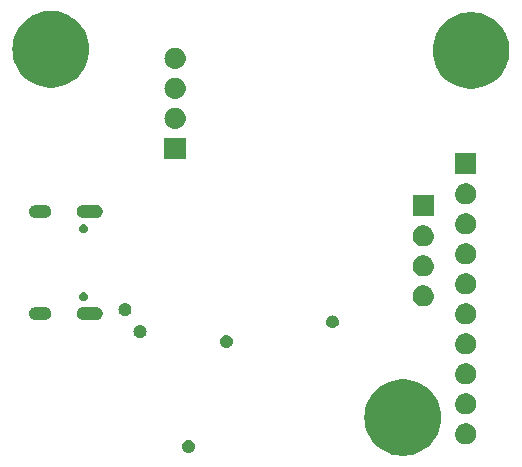
<source format=gbr>
G04 #@! TF.GenerationSoftware,KiCad,Pcbnew,7.0.6-7.0.6~ubuntu22.04.1*
G04 #@! TF.CreationDate,2023-08-08T18:58:17+02:00*
G04 #@! TF.ProjectId,Sensor_Nodes,53656e73-6f72-45f4-9e6f-6465732e6b69,rev?*
G04 #@! TF.SameCoordinates,Original*
G04 #@! TF.FileFunction,Soldermask,Bot*
G04 #@! TF.FilePolarity,Negative*
%FSLAX46Y46*%
G04 Gerber Fmt 4.6, Leading zero omitted, Abs format (unit mm)*
G04 Created by KiCad (PCBNEW 7.0.6-7.0.6~ubuntu22.04.1) date 2023-08-08 18:58:17*
%MOMM*%
%LPD*%
G01*
G04 APERTURE LIST*
G04 APERTURE END LIST*
G36*
X108295953Y-63494771D02*
G01*
X108639735Y-63570443D01*
X108973319Y-63682841D01*
X109292796Y-63830646D01*
X109594419Y-64012127D01*
X109874653Y-64225155D01*
X110130211Y-64467233D01*
X110358099Y-64735523D01*
X110555643Y-65026878D01*
X110720528Y-65337885D01*
X110850820Y-65664895D01*
X110944993Y-66004075D01*
X111001942Y-66351449D01*
X111021000Y-66702944D01*
X111001942Y-67054439D01*
X110944993Y-67401813D01*
X110850820Y-67740993D01*
X110720528Y-68068003D01*
X110555643Y-68379010D01*
X110358099Y-68670365D01*
X110130211Y-68938655D01*
X109874653Y-69180733D01*
X109594419Y-69393761D01*
X109292796Y-69575242D01*
X108973319Y-69723047D01*
X108639735Y-69835445D01*
X108295953Y-69911117D01*
X107946006Y-69949176D01*
X107593994Y-69949176D01*
X107244047Y-69911117D01*
X106900265Y-69835445D01*
X106566681Y-69723047D01*
X106247204Y-69575242D01*
X105945581Y-69393761D01*
X105665347Y-69180733D01*
X105409789Y-68938655D01*
X105181901Y-68670365D01*
X104984357Y-68379010D01*
X104819472Y-68068003D01*
X104689180Y-67740993D01*
X104595007Y-67401813D01*
X104538058Y-67054439D01*
X104519000Y-66702944D01*
X104538058Y-66351449D01*
X104595007Y-66004075D01*
X104689180Y-65664895D01*
X104819472Y-65337885D01*
X104984357Y-65026878D01*
X105181901Y-64735523D01*
X105409789Y-64467233D01*
X105665347Y-64225155D01*
X105945581Y-64012127D01*
X106247204Y-63830646D01*
X106566681Y-63682841D01*
X106900265Y-63570443D01*
X107244047Y-63494771D01*
X107593994Y-63456712D01*
X107946006Y-63456712D01*
X108295953Y-63494771D01*
G37*
G36*
X89792609Y-68642775D02*
G01*
X89925500Y-68697820D01*
X90039616Y-68785384D01*
X90127180Y-68899500D01*
X90182225Y-69032391D01*
X90201000Y-69175000D01*
X90182225Y-69317609D01*
X90127180Y-69450500D01*
X90039616Y-69564616D01*
X89925500Y-69652180D01*
X89792609Y-69707225D01*
X89650000Y-69726000D01*
X89507391Y-69707225D01*
X89374500Y-69652180D01*
X89260384Y-69564616D01*
X89172820Y-69450500D01*
X89117775Y-69317609D01*
X89099000Y-69175000D01*
X89117775Y-69032391D01*
X89172820Y-68899500D01*
X89260384Y-68785384D01*
X89374500Y-68697820D01*
X89507391Y-68642775D01*
X89650000Y-68624000D01*
X89792609Y-68642775D01*
G37*
G36*
X113147668Y-67183936D02*
G01*
X113194180Y-67183936D01*
X113234343Y-67192472D01*
X113275728Y-67196549D01*
X113327724Y-67212321D01*
X113378424Y-67223098D01*
X113410863Y-67237540D01*
X113444707Y-67247807D01*
X113498486Y-67276553D01*
X113550500Y-67299711D01*
X113574686Y-67317283D01*
X113600432Y-67331045D01*
X113652953Y-67374148D01*
X113702887Y-67410427D01*
X113719097Y-67428431D01*
X113736932Y-67443067D01*
X113784853Y-67501459D01*
X113828924Y-67550405D01*
X113838183Y-67566443D01*
X113848954Y-67579567D01*
X113888807Y-67654126D01*
X113923104Y-67713530D01*
X113927048Y-67725668D01*
X113932192Y-67735292D01*
X113960542Y-67828754D01*
X113981311Y-67892672D01*
X113982042Y-67899630D01*
X113983450Y-67904271D01*
X113997153Y-68043399D01*
X114001000Y-68080000D01*
X113997152Y-68116604D01*
X113983450Y-68255728D01*
X113982042Y-68260367D01*
X113981311Y-68267328D01*
X113960538Y-68331259D01*
X113932192Y-68424707D01*
X113927048Y-68434328D01*
X113923104Y-68446470D01*
X113888800Y-68505885D01*
X113848954Y-68580432D01*
X113838185Y-68593553D01*
X113828924Y-68609595D01*
X113784844Y-68658550D01*
X113736932Y-68716932D01*
X113719101Y-68731565D01*
X113702887Y-68749573D01*
X113652943Y-68785859D01*
X113600432Y-68828954D01*
X113574691Y-68842712D01*
X113550500Y-68860289D01*
X113498475Y-68883451D01*
X113444707Y-68912192D01*
X113410870Y-68922456D01*
X113378424Y-68936902D01*
X113327713Y-68947680D01*
X113275728Y-68963450D01*
X113234352Y-68967525D01*
X113194180Y-68976064D01*
X113147657Y-68976064D01*
X113099999Y-68980758D01*
X113052341Y-68976064D01*
X113005820Y-68976064D01*
X112965648Y-68967525D01*
X112924271Y-68963450D01*
X112872283Y-68947680D01*
X112821576Y-68936902D01*
X112789131Y-68922456D01*
X112755292Y-68912192D01*
X112701518Y-68883449D01*
X112649500Y-68860289D01*
X112625311Y-68842714D01*
X112599567Y-68828954D01*
X112547047Y-68785853D01*
X112497113Y-68749573D01*
X112480901Y-68731568D01*
X112463067Y-68716932D01*
X112415144Y-68658538D01*
X112371076Y-68609595D01*
X112361816Y-68593557D01*
X112351045Y-68580432D01*
X112311186Y-68505862D01*
X112276896Y-68446470D01*
X112272952Y-68434333D01*
X112267807Y-68424707D01*
X112239446Y-68331213D01*
X112218689Y-68267328D01*
X112217957Y-68260372D01*
X112216549Y-68255728D01*
X112202831Y-68116452D01*
X112199000Y-68080000D01*
X112202831Y-68043550D01*
X112216549Y-67904271D01*
X112217958Y-67899625D01*
X112218689Y-67892672D01*
X112239442Y-67828801D01*
X112267807Y-67735292D01*
X112272953Y-67725663D01*
X112276896Y-67713530D01*
X112311178Y-67654150D01*
X112351045Y-67579567D01*
X112361818Y-67566439D01*
X112371076Y-67550405D01*
X112415135Y-67501472D01*
X112463067Y-67443067D01*
X112480904Y-67428427D01*
X112497113Y-67410427D01*
X112547037Y-67374154D01*
X112599567Y-67331045D01*
X112625316Y-67317281D01*
X112649500Y-67299711D01*
X112701507Y-67276555D01*
X112755292Y-67247807D01*
X112789138Y-67237539D01*
X112821576Y-67223098D01*
X112872272Y-67212322D01*
X112924271Y-67196549D01*
X112965657Y-67192472D01*
X113005820Y-67183936D01*
X113052331Y-67183936D01*
X113099999Y-67179241D01*
X113147668Y-67183936D01*
G37*
G36*
X113147668Y-64643936D02*
G01*
X113194180Y-64643936D01*
X113234343Y-64652472D01*
X113275728Y-64656549D01*
X113327724Y-64672321D01*
X113378424Y-64683098D01*
X113410863Y-64697540D01*
X113444707Y-64707807D01*
X113498486Y-64736553D01*
X113550500Y-64759711D01*
X113574686Y-64777283D01*
X113600432Y-64791045D01*
X113652953Y-64834148D01*
X113702887Y-64870427D01*
X113719097Y-64888431D01*
X113736932Y-64903067D01*
X113784853Y-64961459D01*
X113828924Y-65010405D01*
X113838183Y-65026443D01*
X113848954Y-65039567D01*
X113888807Y-65114126D01*
X113923104Y-65173530D01*
X113927048Y-65185668D01*
X113932192Y-65195292D01*
X113960542Y-65288754D01*
X113981311Y-65352672D01*
X113982042Y-65359630D01*
X113983450Y-65364271D01*
X113997153Y-65503399D01*
X114001000Y-65540000D01*
X113997152Y-65576604D01*
X113983450Y-65715728D01*
X113982042Y-65720367D01*
X113981311Y-65727328D01*
X113960538Y-65791259D01*
X113932192Y-65884707D01*
X113927048Y-65894328D01*
X113923104Y-65906470D01*
X113888800Y-65965885D01*
X113848954Y-66040432D01*
X113838185Y-66053553D01*
X113828924Y-66069595D01*
X113784844Y-66118550D01*
X113736932Y-66176932D01*
X113719101Y-66191565D01*
X113702887Y-66209573D01*
X113652943Y-66245859D01*
X113600432Y-66288954D01*
X113574691Y-66302712D01*
X113550500Y-66320289D01*
X113498475Y-66343451D01*
X113444707Y-66372192D01*
X113410870Y-66382456D01*
X113378424Y-66396902D01*
X113327713Y-66407680D01*
X113275728Y-66423450D01*
X113234352Y-66427525D01*
X113194180Y-66436064D01*
X113147657Y-66436064D01*
X113099999Y-66440758D01*
X113052341Y-66436064D01*
X113005820Y-66436064D01*
X112965648Y-66427525D01*
X112924271Y-66423450D01*
X112872283Y-66407680D01*
X112821576Y-66396902D01*
X112789131Y-66382456D01*
X112755292Y-66372192D01*
X112701518Y-66343449D01*
X112649500Y-66320289D01*
X112625311Y-66302714D01*
X112599567Y-66288954D01*
X112547047Y-66245853D01*
X112497113Y-66209573D01*
X112480901Y-66191568D01*
X112463067Y-66176932D01*
X112415144Y-66118538D01*
X112371076Y-66069595D01*
X112361816Y-66053557D01*
X112351045Y-66040432D01*
X112311186Y-65965862D01*
X112276896Y-65906470D01*
X112272952Y-65894333D01*
X112267807Y-65884707D01*
X112239446Y-65791213D01*
X112218689Y-65727328D01*
X112217957Y-65720372D01*
X112216549Y-65715728D01*
X112202831Y-65576452D01*
X112199000Y-65540000D01*
X112202831Y-65503550D01*
X112216549Y-65364271D01*
X112217958Y-65359625D01*
X112218689Y-65352672D01*
X112239442Y-65288801D01*
X112267807Y-65195292D01*
X112272953Y-65185663D01*
X112276896Y-65173530D01*
X112311178Y-65114150D01*
X112351045Y-65039567D01*
X112361818Y-65026439D01*
X112371076Y-65010405D01*
X112415135Y-64961472D01*
X112463067Y-64903067D01*
X112480904Y-64888427D01*
X112497113Y-64870427D01*
X112547037Y-64834154D01*
X112599567Y-64791045D01*
X112625316Y-64777281D01*
X112649500Y-64759711D01*
X112701507Y-64736555D01*
X112755292Y-64707807D01*
X112789138Y-64697539D01*
X112821576Y-64683098D01*
X112872272Y-64672322D01*
X112924271Y-64656549D01*
X112965657Y-64652472D01*
X113005820Y-64643936D01*
X113052331Y-64643936D01*
X113100000Y-64639241D01*
X113147668Y-64643936D01*
G37*
G36*
X113147668Y-62103936D02*
G01*
X113194180Y-62103936D01*
X113234343Y-62112472D01*
X113275728Y-62116549D01*
X113327724Y-62132321D01*
X113378424Y-62143098D01*
X113410863Y-62157540D01*
X113444707Y-62167807D01*
X113498486Y-62196553D01*
X113550500Y-62219711D01*
X113574686Y-62237283D01*
X113600432Y-62251045D01*
X113652953Y-62294148D01*
X113702887Y-62330427D01*
X113719097Y-62348431D01*
X113736932Y-62363067D01*
X113784853Y-62421459D01*
X113828924Y-62470405D01*
X113838183Y-62486443D01*
X113848954Y-62499567D01*
X113888807Y-62574126D01*
X113923104Y-62633530D01*
X113927048Y-62645668D01*
X113932192Y-62655292D01*
X113960542Y-62748754D01*
X113981311Y-62812672D01*
X113982042Y-62819630D01*
X113983450Y-62824271D01*
X113997154Y-62963410D01*
X114001000Y-63000000D01*
X113997151Y-63036615D01*
X113983450Y-63175728D01*
X113982042Y-63180367D01*
X113981311Y-63187328D01*
X113960538Y-63251259D01*
X113932192Y-63344707D01*
X113927048Y-63354328D01*
X113923104Y-63366470D01*
X113888800Y-63425885D01*
X113848954Y-63500432D01*
X113838185Y-63513553D01*
X113828924Y-63529595D01*
X113784844Y-63578550D01*
X113736932Y-63636932D01*
X113719101Y-63651565D01*
X113702887Y-63669573D01*
X113652943Y-63705859D01*
X113600432Y-63748954D01*
X113574691Y-63762712D01*
X113550500Y-63780289D01*
X113498475Y-63803451D01*
X113444707Y-63832192D01*
X113410870Y-63842456D01*
X113378424Y-63856902D01*
X113327713Y-63867680D01*
X113275728Y-63883450D01*
X113234352Y-63887525D01*
X113194180Y-63896064D01*
X113147657Y-63896064D01*
X113099999Y-63900758D01*
X113052341Y-63896064D01*
X113005820Y-63896064D01*
X112965648Y-63887525D01*
X112924271Y-63883450D01*
X112872283Y-63867680D01*
X112821576Y-63856902D01*
X112789131Y-63842456D01*
X112755292Y-63832192D01*
X112701518Y-63803449D01*
X112649500Y-63780289D01*
X112625311Y-63762714D01*
X112599567Y-63748954D01*
X112547047Y-63705853D01*
X112497113Y-63669573D01*
X112480901Y-63651568D01*
X112463067Y-63636932D01*
X112415144Y-63578538D01*
X112371076Y-63529595D01*
X112361816Y-63513557D01*
X112351045Y-63500432D01*
X112311186Y-63425862D01*
X112276896Y-63366470D01*
X112272952Y-63354333D01*
X112267807Y-63344707D01*
X112239446Y-63251213D01*
X112218689Y-63187328D01*
X112217957Y-63180372D01*
X112216549Y-63175728D01*
X112202832Y-63036464D01*
X112199000Y-63000000D01*
X112202829Y-62963562D01*
X112216549Y-62824271D01*
X112217958Y-62819625D01*
X112218689Y-62812672D01*
X112239442Y-62748801D01*
X112267807Y-62655292D01*
X112272953Y-62645663D01*
X112276896Y-62633530D01*
X112311178Y-62574150D01*
X112351045Y-62499567D01*
X112361818Y-62486439D01*
X112371076Y-62470405D01*
X112415135Y-62421472D01*
X112463067Y-62363067D01*
X112480904Y-62348427D01*
X112497113Y-62330427D01*
X112547037Y-62294154D01*
X112599567Y-62251045D01*
X112625316Y-62237281D01*
X112649500Y-62219711D01*
X112701507Y-62196555D01*
X112755292Y-62167807D01*
X112789138Y-62157539D01*
X112821576Y-62143098D01*
X112872272Y-62132322D01*
X112924271Y-62116549D01*
X112965657Y-62112472D01*
X113005820Y-62103936D01*
X113052331Y-62103936D01*
X113099999Y-62099241D01*
X113147668Y-62103936D01*
G37*
G36*
X113147668Y-59563936D02*
G01*
X113194180Y-59563936D01*
X113234343Y-59572472D01*
X113275728Y-59576549D01*
X113327724Y-59592321D01*
X113378424Y-59603098D01*
X113410863Y-59617540D01*
X113444707Y-59627807D01*
X113498486Y-59656553D01*
X113550500Y-59679711D01*
X113574686Y-59697283D01*
X113600432Y-59711045D01*
X113652953Y-59754148D01*
X113702887Y-59790427D01*
X113719097Y-59808431D01*
X113736932Y-59823067D01*
X113784853Y-59881459D01*
X113828924Y-59930405D01*
X113838183Y-59946443D01*
X113848954Y-59959567D01*
X113888807Y-60034126D01*
X113923104Y-60093530D01*
X113927048Y-60105668D01*
X113932192Y-60115292D01*
X113960542Y-60208754D01*
X113981311Y-60272672D01*
X113982042Y-60279630D01*
X113983450Y-60284271D01*
X113997153Y-60423399D01*
X114001000Y-60460000D01*
X113997152Y-60496604D01*
X113983450Y-60635728D01*
X113982042Y-60640367D01*
X113981311Y-60647328D01*
X113960538Y-60711259D01*
X113932192Y-60804707D01*
X113927048Y-60814328D01*
X113923104Y-60826470D01*
X113888800Y-60885885D01*
X113848954Y-60960432D01*
X113838185Y-60973553D01*
X113828924Y-60989595D01*
X113784844Y-61038550D01*
X113736932Y-61096932D01*
X113719101Y-61111565D01*
X113702887Y-61129573D01*
X113652943Y-61165859D01*
X113600432Y-61208954D01*
X113574691Y-61222712D01*
X113550500Y-61240289D01*
X113498475Y-61263451D01*
X113444707Y-61292192D01*
X113410870Y-61302456D01*
X113378424Y-61316902D01*
X113327713Y-61327680D01*
X113275728Y-61343450D01*
X113234351Y-61347525D01*
X113194180Y-61356064D01*
X113147658Y-61356064D01*
X113100000Y-61360758D01*
X113052342Y-61356064D01*
X113005820Y-61356064D01*
X112965648Y-61347525D01*
X112924271Y-61343450D01*
X112872283Y-61327680D01*
X112821576Y-61316902D01*
X112789131Y-61302456D01*
X112755292Y-61292192D01*
X112701518Y-61263449D01*
X112649500Y-61240289D01*
X112625311Y-61222714D01*
X112599567Y-61208954D01*
X112547047Y-61165853D01*
X112497113Y-61129573D01*
X112480901Y-61111568D01*
X112463067Y-61096932D01*
X112415144Y-61038538D01*
X112371076Y-60989595D01*
X112361816Y-60973557D01*
X112351045Y-60960432D01*
X112311186Y-60885862D01*
X112276896Y-60826470D01*
X112272952Y-60814333D01*
X112267807Y-60804707D01*
X112239446Y-60711213D01*
X112218689Y-60647328D01*
X112217957Y-60640372D01*
X112216549Y-60635728D01*
X112202831Y-60496452D01*
X112199000Y-60460000D01*
X112202831Y-60423550D01*
X112216549Y-60284271D01*
X112217958Y-60279625D01*
X112218689Y-60272672D01*
X112239442Y-60208801D01*
X112267807Y-60115292D01*
X112272953Y-60105663D01*
X112276896Y-60093530D01*
X112311178Y-60034150D01*
X112351045Y-59959567D01*
X112361818Y-59946439D01*
X112371076Y-59930405D01*
X112415135Y-59881472D01*
X112463067Y-59823067D01*
X112480904Y-59808427D01*
X112497113Y-59790427D01*
X112547037Y-59754154D01*
X112599567Y-59711045D01*
X112625316Y-59697281D01*
X112649500Y-59679711D01*
X112701507Y-59656555D01*
X112755292Y-59627807D01*
X112789138Y-59617539D01*
X112821576Y-59603098D01*
X112872272Y-59592322D01*
X112924271Y-59576549D01*
X112965657Y-59572472D01*
X113005820Y-59563936D01*
X113052331Y-59563936D01*
X113099999Y-59559241D01*
X113147668Y-59563936D01*
G37*
G36*
X92967609Y-59742775D02*
G01*
X93100500Y-59797820D01*
X93214616Y-59885384D01*
X93302180Y-59999500D01*
X93357225Y-60132391D01*
X93376000Y-60275000D01*
X93357225Y-60417609D01*
X93302180Y-60550500D01*
X93214616Y-60664616D01*
X93100500Y-60752180D01*
X92967609Y-60807225D01*
X92825000Y-60826000D01*
X92682391Y-60807225D01*
X92549500Y-60752180D01*
X92435384Y-60664616D01*
X92347820Y-60550500D01*
X92292775Y-60417609D01*
X92274000Y-60275000D01*
X92292775Y-60132391D01*
X92347820Y-59999500D01*
X92435384Y-59885384D01*
X92549500Y-59797820D01*
X92682391Y-59742775D01*
X92825000Y-59724000D01*
X92967609Y-59742775D01*
G37*
G36*
X85667609Y-58867775D02*
G01*
X85800500Y-58922820D01*
X85914616Y-59010384D01*
X86002180Y-59124500D01*
X86057225Y-59257391D01*
X86076000Y-59400000D01*
X86057225Y-59542609D01*
X86002180Y-59675500D01*
X85914616Y-59789616D01*
X85800500Y-59877180D01*
X85667609Y-59932225D01*
X85525000Y-59951000D01*
X85382391Y-59932225D01*
X85249500Y-59877180D01*
X85135384Y-59789616D01*
X85047820Y-59675500D01*
X84992775Y-59542609D01*
X84974000Y-59400000D01*
X84992775Y-59257391D01*
X85047820Y-59124500D01*
X85135384Y-59010384D01*
X85249500Y-58922820D01*
X85382391Y-58867775D01*
X85525000Y-58849000D01*
X85667609Y-58867775D01*
G37*
G36*
X101942609Y-58067775D02*
G01*
X102075500Y-58122820D01*
X102189616Y-58210384D01*
X102277180Y-58324500D01*
X102332225Y-58457391D01*
X102351000Y-58600000D01*
X102332225Y-58742609D01*
X102277180Y-58875500D01*
X102189616Y-58989616D01*
X102075500Y-59077180D01*
X101942609Y-59132225D01*
X101800000Y-59151000D01*
X101657391Y-59132225D01*
X101524500Y-59077180D01*
X101410384Y-58989616D01*
X101322820Y-58875500D01*
X101267775Y-58742609D01*
X101249000Y-58600000D01*
X101267775Y-58457391D01*
X101322820Y-58324500D01*
X101410384Y-58210384D01*
X101524500Y-58122820D01*
X101657391Y-58067775D01*
X101800000Y-58049000D01*
X101942609Y-58067775D01*
G37*
G36*
X113147668Y-57023936D02*
G01*
X113194180Y-57023936D01*
X113234343Y-57032472D01*
X113275728Y-57036549D01*
X113327724Y-57052321D01*
X113378424Y-57063098D01*
X113410863Y-57077540D01*
X113444707Y-57087807D01*
X113498486Y-57116553D01*
X113550500Y-57139711D01*
X113574686Y-57157283D01*
X113600432Y-57171045D01*
X113652953Y-57214148D01*
X113702887Y-57250427D01*
X113719097Y-57268431D01*
X113736932Y-57283067D01*
X113784853Y-57341459D01*
X113828924Y-57390405D01*
X113838183Y-57406443D01*
X113848954Y-57419567D01*
X113888807Y-57494126D01*
X113923104Y-57553530D01*
X113927048Y-57565668D01*
X113932192Y-57575292D01*
X113960542Y-57668754D01*
X113981311Y-57732672D01*
X113982042Y-57739630D01*
X113983450Y-57744271D01*
X113997153Y-57883399D01*
X114001000Y-57920000D01*
X113997152Y-57956604D01*
X113983450Y-58095728D01*
X113982042Y-58100367D01*
X113981311Y-58107328D01*
X113960538Y-58171259D01*
X113932192Y-58264707D01*
X113927048Y-58274328D01*
X113923104Y-58286470D01*
X113888800Y-58345885D01*
X113848954Y-58420432D01*
X113838185Y-58433553D01*
X113828924Y-58449595D01*
X113784844Y-58498550D01*
X113736932Y-58556932D01*
X113719101Y-58571565D01*
X113702887Y-58589573D01*
X113652943Y-58625859D01*
X113600432Y-58668954D01*
X113574691Y-58682712D01*
X113550500Y-58700289D01*
X113498475Y-58723451D01*
X113444707Y-58752192D01*
X113410870Y-58762456D01*
X113378424Y-58776902D01*
X113327713Y-58787680D01*
X113275728Y-58803450D01*
X113234352Y-58807525D01*
X113194180Y-58816064D01*
X113147657Y-58816064D01*
X113099999Y-58820758D01*
X113052341Y-58816064D01*
X113005820Y-58816064D01*
X112965648Y-58807525D01*
X112924271Y-58803450D01*
X112872283Y-58787680D01*
X112821576Y-58776902D01*
X112789131Y-58762456D01*
X112755292Y-58752192D01*
X112701518Y-58723449D01*
X112649500Y-58700289D01*
X112625311Y-58682714D01*
X112599567Y-58668954D01*
X112547047Y-58625853D01*
X112497113Y-58589573D01*
X112480901Y-58571568D01*
X112463067Y-58556932D01*
X112415144Y-58498538D01*
X112371076Y-58449595D01*
X112361816Y-58433557D01*
X112351045Y-58420432D01*
X112311186Y-58345862D01*
X112276896Y-58286470D01*
X112272952Y-58274333D01*
X112267807Y-58264707D01*
X112239446Y-58171213D01*
X112218689Y-58107328D01*
X112217957Y-58100372D01*
X112216549Y-58095728D01*
X112202831Y-57956452D01*
X112199000Y-57920000D01*
X112202831Y-57883550D01*
X112216549Y-57744271D01*
X112217958Y-57739625D01*
X112218689Y-57732672D01*
X112239442Y-57668801D01*
X112267807Y-57575292D01*
X112272953Y-57565663D01*
X112276896Y-57553530D01*
X112311178Y-57494150D01*
X112351045Y-57419567D01*
X112361818Y-57406439D01*
X112371076Y-57390405D01*
X112415135Y-57341472D01*
X112463067Y-57283067D01*
X112480904Y-57268427D01*
X112497113Y-57250427D01*
X112547037Y-57214154D01*
X112599567Y-57171045D01*
X112625316Y-57157281D01*
X112649500Y-57139711D01*
X112701507Y-57116555D01*
X112755292Y-57087807D01*
X112789138Y-57077539D01*
X112821576Y-57063098D01*
X112872272Y-57052322D01*
X112924271Y-57036549D01*
X112965657Y-57032472D01*
X113005820Y-57023936D01*
X113052331Y-57023936D01*
X113099999Y-57019241D01*
X113147668Y-57023936D01*
G37*
G36*
X77540028Y-57349132D02*
G01*
X77574878Y-57358896D01*
X77607496Y-57363191D01*
X77643644Y-57378164D01*
X77684519Y-57389617D01*
X77712772Y-57406798D01*
X77740284Y-57418194D01*
X77773788Y-57443902D01*
X77812729Y-57467583D01*
X77833162Y-57489462D01*
X77854310Y-57505689D01*
X77881908Y-57541655D01*
X77915150Y-57577249D01*
X77927482Y-57601049D01*
X77941805Y-57619715D01*
X77960337Y-57664455D01*
X77984186Y-57710481D01*
X77989002Y-57733658D01*
X77996808Y-57752503D01*
X78003533Y-57803588D01*
X78014715Y-57857398D01*
X78013314Y-57877878D01*
X78015568Y-57894999D01*
X78008439Y-57949147D01*
X78004475Y-58007104D01*
X77998652Y-58023488D01*
X77996808Y-58037496D01*
X77974736Y-58090782D01*
X77954225Y-58148496D01*
X77946009Y-58160134D01*
X77941806Y-58170283D01*
X77904852Y-58218441D01*
X77867691Y-58271087D01*
X77859079Y-58278093D01*
X77854308Y-58284311D01*
X77803771Y-58323089D01*
X77751291Y-58365785D01*
X77744005Y-58368949D01*
X77740284Y-58371805D01*
X77678767Y-58397286D01*
X77613658Y-58425567D01*
X77608919Y-58426218D01*
X77607496Y-58426808D01*
X77539455Y-58435766D01*
X77465000Y-58446000D01*
X77461725Y-58446000D01*
X76668275Y-58446000D01*
X76665000Y-58446000D01*
X76589972Y-58440868D01*
X76555116Y-58431101D01*
X76522503Y-58426808D01*
X76486359Y-58411836D01*
X76445481Y-58400383D01*
X76417224Y-58383199D01*
X76389715Y-58371805D01*
X76356213Y-58346098D01*
X76317271Y-58322417D01*
X76296836Y-58300536D01*
X76275689Y-58284310D01*
X76248090Y-58248342D01*
X76214850Y-58212751D01*
X76202517Y-58188951D01*
X76188194Y-58170284D01*
X76169659Y-58125538D01*
X76145814Y-58079519D01*
X76140998Y-58056344D01*
X76133191Y-58037496D01*
X76126464Y-57986400D01*
X76115285Y-57932602D01*
X76116685Y-57912124D01*
X76114431Y-57894999D01*
X76121562Y-57840833D01*
X76125525Y-57782896D01*
X76131346Y-57766516D01*
X76133191Y-57752503D01*
X76155272Y-57699193D01*
X76175775Y-57641504D01*
X76183986Y-57629870D01*
X76188193Y-57619716D01*
X76225167Y-57571529D01*
X76262309Y-57518913D01*
X76270916Y-57511910D01*
X76275691Y-57505688D01*
X76326267Y-57466879D01*
X76378709Y-57424215D01*
X76385989Y-57421052D01*
X76389715Y-57418194D01*
X76451302Y-57392683D01*
X76516342Y-57364433D01*
X76521075Y-57363782D01*
X76522503Y-57363191D01*
X76590648Y-57354219D01*
X76665000Y-57344000D01*
X77465000Y-57344000D01*
X77540028Y-57349132D01*
G37*
G36*
X81890028Y-57349132D02*
G01*
X81924878Y-57358896D01*
X81957496Y-57363191D01*
X81993644Y-57378164D01*
X82034519Y-57389617D01*
X82062772Y-57406798D01*
X82090284Y-57418194D01*
X82123788Y-57443902D01*
X82162729Y-57467583D01*
X82183162Y-57489462D01*
X82204310Y-57505689D01*
X82231908Y-57541655D01*
X82265150Y-57577249D01*
X82277482Y-57601049D01*
X82291805Y-57619715D01*
X82310337Y-57664455D01*
X82334186Y-57710481D01*
X82339002Y-57733658D01*
X82346808Y-57752503D01*
X82353533Y-57803588D01*
X82364715Y-57857398D01*
X82363314Y-57877878D01*
X82365568Y-57894999D01*
X82358439Y-57949147D01*
X82354475Y-58007104D01*
X82348652Y-58023488D01*
X82346808Y-58037496D01*
X82324736Y-58090782D01*
X82304225Y-58148496D01*
X82296009Y-58160134D01*
X82291806Y-58170283D01*
X82254852Y-58218441D01*
X82217691Y-58271087D01*
X82209079Y-58278093D01*
X82204308Y-58284311D01*
X82153771Y-58323089D01*
X82101291Y-58365785D01*
X82094005Y-58368949D01*
X82090284Y-58371805D01*
X82028767Y-58397286D01*
X81963658Y-58425567D01*
X81958919Y-58426218D01*
X81957496Y-58426808D01*
X81889455Y-58435766D01*
X81815000Y-58446000D01*
X81811725Y-58446000D01*
X80718275Y-58446000D01*
X80715000Y-58446000D01*
X80639972Y-58440868D01*
X80605116Y-58431101D01*
X80572503Y-58426808D01*
X80536359Y-58411836D01*
X80495481Y-58400383D01*
X80467224Y-58383199D01*
X80439715Y-58371805D01*
X80406213Y-58346098D01*
X80367271Y-58322417D01*
X80346836Y-58300536D01*
X80325689Y-58284310D01*
X80298090Y-58248342D01*
X80264850Y-58212751D01*
X80252517Y-58188951D01*
X80238194Y-58170284D01*
X80219659Y-58125538D01*
X80195814Y-58079519D01*
X80190998Y-58056344D01*
X80183191Y-58037496D01*
X80176464Y-57986399D01*
X80165285Y-57932602D01*
X80166685Y-57912125D01*
X80164431Y-57895000D01*
X80171561Y-57840834D01*
X80175525Y-57782896D01*
X80181346Y-57766516D01*
X80183191Y-57752503D01*
X80205272Y-57699193D01*
X80225775Y-57641504D01*
X80233986Y-57629870D01*
X80238193Y-57619716D01*
X80275167Y-57571529D01*
X80312309Y-57518913D01*
X80320916Y-57511910D01*
X80325691Y-57505688D01*
X80376267Y-57466879D01*
X80428709Y-57424215D01*
X80435989Y-57421052D01*
X80439715Y-57418194D01*
X80501302Y-57392683D01*
X80566342Y-57364433D01*
X80571075Y-57363782D01*
X80572503Y-57363191D01*
X80640648Y-57354219D01*
X80715000Y-57344000D01*
X81815000Y-57344000D01*
X81890028Y-57349132D01*
G37*
G36*
X84392609Y-57017775D02*
G01*
X84525500Y-57072820D01*
X84639616Y-57160384D01*
X84727180Y-57274500D01*
X84782225Y-57407391D01*
X84801000Y-57550000D01*
X84782225Y-57692609D01*
X84727180Y-57825500D01*
X84639616Y-57939616D01*
X84525500Y-58027180D01*
X84392609Y-58082225D01*
X84250000Y-58101000D01*
X84107391Y-58082225D01*
X83974500Y-58027180D01*
X83860384Y-57939616D01*
X83772820Y-57825500D01*
X83717775Y-57692609D01*
X83699000Y-57550000D01*
X83717775Y-57407391D01*
X83772820Y-57274500D01*
X83860384Y-57160384D01*
X83974500Y-57072820D01*
X84107391Y-57017775D01*
X84250000Y-56999000D01*
X84392609Y-57017775D01*
G37*
G36*
X109547668Y-55503936D02*
G01*
X109594180Y-55503936D01*
X109634343Y-55512472D01*
X109675728Y-55516549D01*
X109727724Y-55532321D01*
X109778424Y-55543098D01*
X109810863Y-55557540D01*
X109844707Y-55567807D01*
X109898486Y-55596553D01*
X109950500Y-55619711D01*
X109974686Y-55637283D01*
X110000432Y-55651045D01*
X110052953Y-55694148D01*
X110102887Y-55730427D01*
X110119097Y-55748431D01*
X110136932Y-55763067D01*
X110184853Y-55821459D01*
X110228924Y-55870405D01*
X110238183Y-55886443D01*
X110248954Y-55899567D01*
X110288807Y-55974126D01*
X110323104Y-56033530D01*
X110327048Y-56045668D01*
X110332192Y-56055292D01*
X110360542Y-56148754D01*
X110381311Y-56212672D01*
X110382042Y-56219630D01*
X110383450Y-56224271D01*
X110397153Y-56363399D01*
X110401000Y-56400000D01*
X110397152Y-56436604D01*
X110383450Y-56575728D01*
X110382042Y-56580367D01*
X110381311Y-56587328D01*
X110360538Y-56651259D01*
X110332192Y-56744707D01*
X110327048Y-56754328D01*
X110323104Y-56766470D01*
X110288800Y-56825885D01*
X110248954Y-56900432D01*
X110238185Y-56913553D01*
X110228924Y-56929595D01*
X110184844Y-56978550D01*
X110136932Y-57036932D01*
X110119101Y-57051565D01*
X110102887Y-57069573D01*
X110052943Y-57105859D01*
X110000432Y-57148954D01*
X109974691Y-57162712D01*
X109950500Y-57180289D01*
X109898475Y-57203451D01*
X109844707Y-57232192D01*
X109810870Y-57242456D01*
X109778424Y-57256902D01*
X109727713Y-57267680D01*
X109675728Y-57283450D01*
X109634351Y-57287525D01*
X109594180Y-57296064D01*
X109547658Y-57296064D01*
X109500000Y-57300758D01*
X109452342Y-57296064D01*
X109405820Y-57296064D01*
X109365648Y-57287525D01*
X109324271Y-57283450D01*
X109272283Y-57267680D01*
X109221576Y-57256902D01*
X109189131Y-57242456D01*
X109155292Y-57232192D01*
X109101518Y-57203449D01*
X109049500Y-57180289D01*
X109025311Y-57162714D01*
X108999567Y-57148954D01*
X108947047Y-57105853D01*
X108897113Y-57069573D01*
X108880901Y-57051568D01*
X108863067Y-57036932D01*
X108815144Y-56978538D01*
X108771076Y-56929595D01*
X108761816Y-56913557D01*
X108751045Y-56900432D01*
X108711186Y-56825862D01*
X108676896Y-56766470D01*
X108672952Y-56754333D01*
X108667807Y-56744707D01*
X108639446Y-56651213D01*
X108618689Y-56587328D01*
X108617957Y-56580372D01*
X108616549Y-56575728D01*
X108602832Y-56436464D01*
X108599000Y-56400000D01*
X108602829Y-56363562D01*
X108616549Y-56224271D01*
X108617958Y-56219625D01*
X108618689Y-56212672D01*
X108639442Y-56148801D01*
X108667807Y-56055292D01*
X108672953Y-56045663D01*
X108676896Y-56033530D01*
X108711178Y-55974150D01*
X108751045Y-55899567D01*
X108761818Y-55886439D01*
X108771076Y-55870405D01*
X108815135Y-55821472D01*
X108863067Y-55763067D01*
X108880904Y-55748427D01*
X108897113Y-55730427D01*
X108947037Y-55694154D01*
X108999567Y-55651045D01*
X109025316Y-55637281D01*
X109049500Y-55619711D01*
X109101507Y-55596555D01*
X109155292Y-55567807D01*
X109189138Y-55557539D01*
X109221576Y-55543098D01*
X109272272Y-55532322D01*
X109324271Y-55516549D01*
X109365657Y-55512472D01*
X109405820Y-55503936D01*
X109452331Y-55503936D01*
X109499999Y-55499241D01*
X109547668Y-55503936D01*
G37*
G36*
X80861190Y-56107403D02*
G01*
X80966007Y-56160810D01*
X81049190Y-56243993D01*
X81102597Y-56348810D01*
X81121000Y-56465000D01*
X81102597Y-56581190D01*
X81049190Y-56686007D01*
X80966007Y-56769190D01*
X80861190Y-56822597D01*
X80745000Y-56841000D01*
X80628810Y-56822597D01*
X80523993Y-56769190D01*
X80440810Y-56686007D01*
X80387403Y-56581190D01*
X80369000Y-56465000D01*
X80387403Y-56348810D01*
X80440810Y-56243993D01*
X80523993Y-56160810D01*
X80628810Y-56107403D01*
X80745000Y-56089000D01*
X80861190Y-56107403D01*
G37*
G36*
X113147668Y-54483936D02*
G01*
X113194180Y-54483936D01*
X113234343Y-54492472D01*
X113275728Y-54496549D01*
X113327724Y-54512321D01*
X113378424Y-54523098D01*
X113410863Y-54537540D01*
X113444707Y-54547807D01*
X113498486Y-54576553D01*
X113550500Y-54599711D01*
X113574686Y-54617283D01*
X113600432Y-54631045D01*
X113652953Y-54674148D01*
X113702887Y-54710427D01*
X113719097Y-54728431D01*
X113736932Y-54743067D01*
X113784853Y-54801459D01*
X113828924Y-54850405D01*
X113838183Y-54866443D01*
X113848954Y-54879567D01*
X113888807Y-54954126D01*
X113923104Y-55013530D01*
X113927048Y-55025668D01*
X113932192Y-55035292D01*
X113960542Y-55128754D01*
X113981311Y-55192672D01*
X113982042Y-55199630D01*
X113983450Y-55204271D01*
X113997154Y-55343410D01*
X114001000Y-55380000D01*
X113997151Y-55416615D01*
X113983450Y-55555728D01*
X113982042Y-55560367D01*
X113981311Y-55567328D01*
X113960538Y-55631259D01*
X113932192Y-55724707D01*
X113927048Y-55734328D01*
X113923104Y-55746470D01*
X113888800Y-55805885D01*
X113848954Y-55880432D01*
X113838185Y-55893553D01*
X113828924Y-55909595D01*
X113784844Y-55958550D01*
X113736932Y-56016932D01*
X113719101Y-56031565D01*
X113702887Y-56049573D01*
X113652943Y-56085859D01*
X113600432Y-56128954D01*
X113574691Y-56142712D01*
X113550500Y-56160289D01*
X113498475Y-56183451D01*
X113444707Y-56212192D01*
X113410870Y-56222456D01*
X113378424Y-56236902D01*
X113327713Y-56247680D01*
X113275728Y-56263450D01*
X113234351Y-56267525D01*
X113194180Y-56276064D01*
X113147658Y-56276064D01*
X113100000Y-56280758D01*
X113052342Y-56276064D01*
X113005820Y-56276064D01*
X112965648Y-56267525D01*
X112924271Y-56263450D01*
X112872283Y-56247680D01*
X112821576Y-56236902D01*
X112789131Y-56222456D01*
X112755292Y-56212192D01*
X112701518Y-56183449D01*
X112649500Y-56160289D01*
X112625311Y-56142714D01*
X112599567Y-56128954D01*
X112547047Y-56085853D01*
X112497113Y-56049573D01*
X112480901Y-56031568D01*
X112463067Y-56016932D01*
X112415144Y-55958538D01*
X112371076Y-55909595D01*
X112361816Y-55893557D01*
X112351045Y-55880432D01*
X112311186Y-55805862D01*
X112276896Y-55746470D01*
X112272952Y-55734333D01*
X112267807Y-55724707D01*
X112239446Y-55631213D01*
X112218689Y-55567328D01*
X112217957Y-55560372D01*
X112216549Y-55555728D01*
X112202832Y-55416464D01*
X112199000Y-55380000D01*
X112202829Y-55343562D01*
X112216549Y-55204271D01*
X112217958Y-55199625D01*
X112218689Y-55192672D01*
X112239442Y-55128801D01*
X112267807Y-55035292D01*
X112272953Y-55025663D01*
X112276896Y-55013530D01*
X112311178Y-54954150D01*
X112351045Y-54879567D01*
X112361818Y-54866439D01*
X112371076Y-54850405D01*
X112415135Y-54801472D01*
X112463067Y-54743067D01*
X112480904Y-54728427D01*
X112497113Y-54710427D01*
X112547037Y-54674154D01*
X112599567Y-54631045D01*
X112625316Y-54617281D01*
X112649500Y-54599711D01*
X112701507Y-54576555D01*
X112755292Y-54547807D01*
X112789138Y-54537539D01*
X112821576Y-54523098D01*
X112872272Y-54512322D01*
X112924271Y-54496549D01*
X112965657Y-54492472D01*
X113005820Y-54483936D01*
X113052331Y-54483936D01*
X113099999Y-54479241D01*
X113147668Y-54483936D01*
G37*
G36*
X109547668Y-52963936D02*
G01*
X109594180Y-52963936D01*
X109634343Y-52972472D01*
X109675728Y-52976549D01*
X109727724Y-52992321D01*
X109778424Y-53003098D01*
X109810863Y-53017540D01*
X109844707Y-53027807D01*
X109898486Y-53056553D01*
X109950500Y-53079711D01*
X109974686Y-53097283D01*
X110000432Y-53111045D01*
X110052953Y-53154148D01*
X110102887Y-53190427D01*
X110119097Y-53208431D01*
X110136932Y-53223067D01*
X110184853Y-53281459D01*
X110228924Y-53330405D01*
X110238183Y-53346443D01*
X110248954Y-53359567D01*
X110288807Y-53434126D01*
X110323104Y-53493530D01*
X110327048Y-53505668D01*
X110332192Y-53515292D01*
X110360542Y-53608754D01*
X110381311Y-53672672D01*
X110382042Y-53679630D01*
X110383450Y-53684271D01*
X110397154Y-53823410D01*
X110401000Y-53860000D01*
X110397151Y-53896615D01*
X110383450Y-54035728D01*
X110382042Y-54040367D01*
X110381311Y-54047328D01*
X110360538Y-54111259D01*
X110332192Y-54204707D01*
X110327048Y-54214328D01*
X110323104Y-54226470D01*
X110288800Y-54285885D01*
X110248954Y-54360432D01*
X110238185Y-54373553D01*
X110228924Y-54389595D01*
X110184844Y-54438550D01*
X110136932Y-54496932D01*
X110119101Y-54511565D01*
X110102887Y-54529573D01*
X110052943Y-54565859D01*
X110000432Y-54608954D01*
X109974691Y-54622712D01*
X109950500Y-54640289D01*
X109898475Y-54663451D01*
X109844707Y-54692192D01*
X109810870Y-54702456D01*
X109778424Y-54716902D01*
X109727713Y-54727680D01*
X109675728Y-54743450D01*
X109634352Y-54747525D01*
X109594180Y-54756064D01*
X109547657Y-54756064D01*
X109499999Y-54760758D01*
X109452341Y-54756064D01*
X109405820Y-54756064D01*
X109365648Y-54747525D01*
X109324271Y-54743450D01*
X109272283Y-54727680D01*
X109221576Y-54716902D01*
X109189131Y-54702456D01*
X109155292Y-54692192D01*
X109101518Y-54663449D01*
X109049500Y-54640289D01*
X109025311Y-54622714D01*
X108999567Y-54608954D01*
X108947047Y-54565853D01*
X108897113Y-54529573D01*
X108880901Y-54511568D01*
X108863067Y-54496932D01*
X108815144Y-54438538D01*
X108771076Y-54389595D01*
X108761816Y-54373557D01*
X108751045Y-54360432D01*
X108711186Y-54285862D01*
X108676896Y-54226470D01*
X108672952Y-54214333D01*
X108667807Y-54204707D01*
X108639446Y-54111213D01*
X108618689Y-54047328D01*
X108617957Y-54040372D01*
X108616549Y-54035728D01*
X108602831Y-53896452D01*
X108599000Y-53860000D01*
X108602831Y-53823550D01*
X108616549Y-53684271D01*
X108617958Y-53679625D01*
X108618689Y-53672672D01*
X108639442Y-53608801D01*
X108667807Y-53515292D01*
X108672953Y-53505663D01*
X108676896Y-53493530D01*
X108711178Y-53434150D01*
X108751045Y-53359567D01*
X108761818Y-53346439D01*
X108771076Y-53330405D01*
X108815135Y-53281472D01*
X108863067Y-53223067D01*
X108880904Y-53208427D01*
X108897113Y-53190427D01*
X108947037Y-53154154D01*
X108999567Y-53111045D01*
X109025316Y-53097281D01*
X109049500Y-53079711D01*
X109101507Y-53056555D01*
X109155292Y-53027807D01*
X109189138Y-53017539D01*
X109221576Y-53003098D01*
X109272272Y-52992322D01*
X109324271Y-52976549D01*
X109365657Y-52972472D01*
X109405820Y-52963936D01*
X109452331Y-52963936D01*
X109499999Y-52959241D01*
X109547668Y-52963936D01*
G37*
G36*
X113147668Y-51943936D02*
G01*
X113194180Y-51943936D01*
X113234343Y-51952472D01*
X113275728Y-51956549D01*
X113327724Y-51972321D01*
X113378424Y-51983098D01*
X113410863Y-51997540D01*
X113444707Y-52007807D01*
X113498486Y-52036553D01*
X113550500Y-52059711D01*
X113574686Y-52077283D01*
X113600432Y-52091045D01*
X113652953Y-52134148D01*
X113702887Y-52170427D01*
X113719097Y-52188431D01*
X113736932Y-52203067D01*
X113784853Y-52261459D01*
X113828924Y-52310405D01*
X113838183Y-52326443D01*
X113848954Y-52339567D01*
X113888807Y-52414126D01*
X113923104Y-52473530D01*
X113927048Y-52485668D01*
X113932192Y-52495292D01*
X113960542Y-52588754D01*
X113981311Y-52652672D01*
X113982042Y-52659630D01*
X113983450Y-52664271D01*
X113997153Y-52803399D01*
X114001000Y-52840000D01*
X113997152Y-52876604D01*
X113983450Y-53015728D01*
X113982042Y-53020367D01*
X113981311Y-53027328D01*
X113960538Y-53091259D01*
X113932192Y-53184707D01*
X113927048Y-53194328D01*
X113923104Y-53206470D01*
X113888800Y-53265885D01*
X113848954Y-53340432D01*
X113838185Y-53353553D01*
X113828924Y-53369595D01*
X113784844Y-53418550D01*
X113736932Y-53476932D01*
X113719101Y-53491565D01*
X113702887Y-53509573D01*
X113652943Y-53545859D01*
X113600432Y-53588954D01*
X113574691Y-53602712D01*
X113550500Y-53620289D01*
X113498475Y-53643451D01*
X113444707Y-53672192D01*
X113410870Y-53682456D01*
X113378424Y-53696902D01*
X113327713Y-53707680D01*
X113275728Y-53723450D01*
X113234351Y-53727525D01*
X113194180Y-53736064D01*
X113147658Y-53736064D01*
X113100000Y-53740758D01*
X113052342Y-53736064D01*
X113005820Y-53736064D01*
X112965648Y-53727525D01*
X112924271Y-53723450D01*
X112872283Y-53707680D01*
X112821576Y-53696902D01*
X112789131Y-53682456D01*
X112755292Y-53672192D01*
X112701518Y-53643449D01*
X112649500Y-53620289D01*
X112625311Y-53602714D01*
X112599567Y-53588954D01*
X112547047Y-53545853D01*
X112497113Y-53509573D01*
X112480901Y-53491568D01*
X112463067Y-53476932D01*
X112415144Y-53418538D01*
X112371076Y-53369595D01*
X112361816Y-53353557D01*
X112351045Y-53340432D01*
X112311186Y-53265862D01*
X112276896Y-53206470D01*
X112272952Y-53194333D01*
X112267807Y-53184707D01*
X112239446Y-53091213D01*
X112218689Y-53027328D01*
X112217957Y-53020372D01*
X112216549Y-53015728D01*
X112202831Y-52876452D01*
X112199000Y-52840000D01*
X112202831Y-52803550D01*
X112216549Y-52664271D01*
X112217958Y-52659625D01*
X112218689Y-52652672D01*
X112239442Y-52588801D01*
X112267807Y-52495292D01*
X112272953Y-52485663D01*
X112276896Y-52473530D01*
X112311178Y-52414150D01*
X112351045Y-52339567D01*
X112361818Y-52326439D01*
X112371076Y-52310405D01*
X112415135Y-52261472D01*
X112463067Y-52203067D01*
X112480904Y-52188427D01*
X112497113Y-52170427D01*
X112547037Y-52134154D01*
X112599567Y-52091045D01*
X112625316Y-52077281D01*
X112649500Y-52059711D01*
X112701507Y-52036555D01*
X112755292Y-52007807D01*
X112789138Y-51997539D01*
X112821576Y-51983098D01*
X112872272Y-51972322D01*
X112924271Y-51956549D01*
X112965657Y-51952472D01*
X113005820Y-51943936D01*
X113052331Y-51943936D01*
X113099999Y-51939241D01*
X113147668Y-51943936D01*
G37*
G36*
X109547668Y-50423936D02*
G01*
X109594180Y-50423936D01*
X109634343Y-50432472D01*
X109675728Y-50436549D01*
X109727724Y-50452321D01*
X109778424Y-50463098D01*
X109810863Y-50477540D01*
X109844707Y-50487807D01*
X109898486Y-50516553D01*
X109950500Y-50539711D01*
X109974686Y-50557283D01*
X110000432Y-50571045D01*
X110052953Y-50614148D01*
X110102887Y-50650427D01*
X110119097Y-50668431D01*
X110136932Y-50683067D01*
X110184853Y-50741459D01*
X110228924Y-50790405D01*
X110238183Y-50806443D01*
X110248954Y-50819567D01*
X110288807Y-50894126D01*
X110323104Y-50953530D01*
X110327048Y-50965668D01*
X110332192Y-50975292D01*
X110360542Y-51068754D01*
X110381311Y-51132672D01*
X110382042Y-51139630D01*
X110383450Y-51144271D01*
X110397154Y-51283410D01*
X110401000Y-51320000D01*
X110397151Y-51356615D01*
X110383450Y-51495728D01*
X110382042Y-51500367D01*
X110381311Y-51507328D01*
X110360538Y-51571259D01*
X110332192Y-51664707D01*
X110327048Y-51674328D01*
X110323104Y-51686470D01*
X110288800Y-51745885D01*
X110248954Y-51820432D01*
X110238185Y-51833553D01*
X110228924Y-51849595D01*
X110184844Y-51898550D01*
X110136932Y-51956932D01*
X110119101Y-51971565D01*
X110102887Y-51989573D01*
X110052943Y-52025859D01*
X110000432Y-52068954D01*
X109974691Y-52082712D01*
X109950500Y-52100289D01*
X109898475Y-52123451D01*
X109844707Y-52152192D01*
X109810870Y-52162456D01*
X109778424Y-52176902D01*
X109727713Y-52187680D01*
X109675728Y-52203450D01*
X109634351Y-52207525D01*
X109594180Y-52216064D01*
X109547658Y-52216064D01*
X109500000Y-52220758D01*
X109452342Y-52216064D01*
X109405820Y-52216064D01*
X109365648Y-52207525D01*
X109324271Y-52203450D01*
X109272283Y-52187680D01*
X109221576Y-52176902D01*
X109189131Y-52162456D01*
X109155292Y-52152192D01*
X109101518Y-52123449D01*
X109049500Y-52100289D01*
X109025311Y-52082714D01*
X108999567Y-52068954D01*
X108947047Y-52025853D01*
X108897113Y-51989573D01*
X108880901Y-51971568D01*
X108863067Y-51956932D01*
X108815144Y-51898538D01*
X108771076Y-51849595D01*
X108761816Y-51833557D01*
X108751045Y-51820432D01*
X108711186Y-51745862D01*
X108676896Y-51686470D01*
X108672952Y-51674333D01*
X108667807Y-51664707D01*
X108639446Y-51571213D01*
X108618689Y-51507328D01*
X108617957Y-51500372D01*
X108616549Y-51495728D01*
X108602832Y-51356464D01*
X108599000Y-51320000D01*
X108602829Y-51283562D01*
X108616549Y-51144271D01*
X108617958Y-51139625D01*
X108618689Y-51132672D01*
X108639442Y-51068801D01*
X108667807Y-50975292D01*
X108672953Y-50965663D01*
X108676896Y-50953530D01*
X108711178Y-50894150D01*
X108751045Y-50819567D01*
X108761818Y-50806439D01*
X108771076Y-50790405D01*
X108815135Y-50741472D01*
X108863067Y-50683067D01*
X108880904Y-50668427D01*
X108897113Y-50650427D01*
X108947037Y-50614154D01*
X108999567Y-50571045D01*
X109025316Y-50557281D01*
X109049500Y-50539711D01*
X109101507Y-50516555D01*
X109155292Y-50487807D01*
X109189138Y-50477539D01*
X109221576Y-50463098D01*
X109272272Y-50452322D01*
X109324271Y-50436549D01*
X109365657Y-50432472D01*
X109405820Y-50423936D01*
X109452331Y-50423936D01*
X109499999Y-50419241D01*
X109547668Y-50423936D01*
G37*
G36*
X113147668Y-49403936D02*
G01*
X113194180Y-49403936D01*
X113234343Y-49412472D01*
X113275728Y-49416549D01*
X113327724Y-49432321D01*
X113378424Y-49443098D01*
X113410863Y-49457540D01*
X113444707Y-49467807D01*
X113498486Y-49496553D01*
X113550500Y-49519711D01*
X113574686Y-49537283D01*
X113600432Y-49551045D01*
X113652953Y-49594148D01*
X113702887Y-49630427D01*
X113719097Y-49648431D01*
X113736932Y-49663067D01*
X113784853Y-49721459D01*
X113828924Y-49770405D01*
X113838183Y-49786443D01*
X113848954Y-49799567D01*
X113888807Y-49874126D01*
X113923104Y-49933530D01*
X113927048Y-49945668D01*
X113932192Y-49955292D01*
X113960542Y-50048754D01*
X113981311Y-50112672D01*
X113982042Y-50119630D01*
X113983450Y-50124271D01*
X113997154Y-50263410D01*
X114001000Y-50300000D01*
X113997151Y-50336615D01*
X113983450Y-50475728D01*
X113982042Y-50480367D01*
X113981311Y-50487328D01*
X113960538Y-50551259D01*
X113932192Y-50644707D01*
X113927048Y-50654328D01*
X113923104Y-50666470D01*
X113888800Y-50725885D01*
X113848954Y-50800432D01*
X113838185Y-50813553D01*
X113828924Y-50829595D01*
X113784844Y-50878550D01*
X113736932Y-50936932D01*
X113719101Y-50951565D01*
X113702887Y-50969573D01*
X113652943Y-51005859D01*
X113600432Y-51048954D01*
X113574691Y-51062712D01*
X113550500Y-51080289D01*
X113498475Y-51103451D01*
X113444707Y-51132192D01*
X113410870Y-51142456D01*
X113378424Y-51156902D01*
X113327713Y-51167680D01*
X113275728Y-51183450D01*
X113234351Y-51187525D01*
X113194180Y-51196064D01*
X113147658Y-51196064D01*
X113100000Y-51200758D01*
X113052342Y-51196064D01*
X113005820Y-51196064D01*
X112965648Y-51187525D01*
X112924271Y-51183450D01*
X112872283Y-51167680D01*
X112821576Y-51156902D01*
X112789131Y-51142456D01*
X112755292Y-51132192D01*
X112701518Y-51103449D01*
X112649500Y-51080289D01*
X112625311Y-51062714D01*
X112599567Y-51048954D01*
X112547047Y-51005853D01*
X112497113Y-50969573D01*
X112480901Y-50951568D01*
X112463067Y-50936932D01*
X112415144Y-50878538D01*
X112371076Y-50829595D01*
X112361816Y-50813557D01*
X112351045Y-50800432D01*
X112311186Y-50725862D01*
X112276896Y-50666470D01*
X112272952Y-50654333D01*
X112267807Y-50644707D01*
X112239446Y-50551213D01*
X112218689Y-50487328D01*
X112217957Y-50480372D01*
X112216549Y-50475728D01*
X112202832Y-50336464D01*
X112199000Y-50300000D01*
X112202829Y-50263562D01*
X112216549Y-50124271D01*
X112217958Y-50119625D01*
X112218689Y-50112672D01*
X112239442Y-50048801D01*
X112267807Y-49955292D01*
X112272953Y-49945663D01*
X112276896Y-49933530D01*
X112311178Y-49874150D01*
X112351045Y-49799567D01*
X112361818Y-49786439D01*
X112371076Y-49770405D01*
X112415135Y-49721472D01*
X112463067Y-49663067D01*
X112480904Y-49648427D01*
X112497113Y-49630427D01*
X112547037Y-49594154D01*
X112599567Y-49551045D01*
X112625316Y-49537281D01*
X112649500Y-49519711D01*
X112701507Y-49496555D01*
X112755292Y-49467807D01*
X112789138Y-49457539D01*
X112821576Y-49443098D01*
X112872272Y-49432322D01*
X112924271Y-49416549D01*
X112965657Y-49412472D01*
X113005820Y-49403936D01*
X113052331Y-49403936D01*
X113099999Y-49399241D01*
X113147668Y-49403936D01*
G37*
G36*
X80861190Y-50327403D02*
G01*
X80966007Y-50380810D01*
X81049190Y-50463993D01*
X81102597Y-50568810D01*
X81121000Y-50685000D01*
X81102597Y-50801190D01*
X81049190Y-50906007D01*
X80966007Y-50989190D01*
X80861190Y-51042597D01*
X80745000Y-51061000D01*
X80628810Y-51042597D01*
X80523993Y-50989190D01*
X80440810Y-50906007D01*
X80387403Y-50801190D01*
X80369000Y-50685000D01*
X80387403Y-50568810D01*
X80440810Y-50463993D01*
X80523993Y-50380810D01*
X80628810Y-50327403D01*
X80745000Y-50309000D01*
X80861190Y-50327403D01*
G37*
G36*
X77540028Y-48709132D02*
G01*
X77574878Y-48718896D01*
X77607496Y-48723191D01*
X77643644Y-48738164D01*
X77684519Y-48749617D01*
X77712772Y-48766798D01*
X77740284Y-48778194D01*
X77773788Y-48803902D01*
X77812729Y-48827583D01*
X77833162Y-48849462D01*
X77854310Y-48865689D01*
X77881908Y-48901655D01*
X77915150Y-48937249D01*
X77927482Y-48961049D01*
X77941805Y-48979715D01*
X77960337Y-49024455D01*
X77984186Y-49070481D01*
X77989002Y-49093658D01*
X77996808Y-49112503D01*
X78003533Y-49163588D01*
X78014715Y-49217398D01*
X78013314Y-49237878D01*
X78015568Y-49254999D01*
X78008439Y-49309147D01*
X78004475Y-49367104D01*
X77998652Y-49383488D01*
X77996808Y-49397496D01*
X77974736Y-49450782D01*
X77954225Y-49508496D01*
X77946009Y-49520134D01*
X77941806Y-49530283D01*
X77904852Y-49578441D01*
X77867691Y-49631087D01*
X77859079Y-49638093D01*
X77854308Y-49644311D01*
X77803771Y-49683089D01*
X77751291Y-49725785D01*
X77744005Y-49728949D01*
X77740284Y-49731805D01*
X77678767Y-49757286D01*
X77613658Y-49785567D01*
X77608919Y-49786218D01*
X77607496Y-49786808D01*
X77539455Y-49795766D01*
X77465000Y-49806000D01*
X77461725Y-49806000D01*
X76668275Y-49806000D01*
X76665000Y-49806000D01*
X76589972Y-49800868D01*
X76555116Y-49791101D01*
X76522503Y-49786808D01*
X76486359Y-49771836D01*
X76445481Y-49760383D01*
X76417224Y-49743199D01*
X76389715Y-49731805D01*
X76356213Y-49706098D01*
X76317271Y-49682417D01*
X76296836Y-49660536D01*
X76275689Y-49644310D01*
X76248090Y-49608342D01*
X76214850Y-49572751D01*
X76202517Y-49548951D01*
X76188194Y-49530284D01*
X76169659Y-49485538D01*
X76145814Y-49439519D01*
X76140998Y-49416344D01*
X76133191Y-49397496D01*
X76126464Y-49346400D01*
X76115285Y-49292602D01*
X76116685Y-49272124D01*
X76114431Y-49254999D01*
X76121562Y-49200833D01*
X76125525Y-49142896D01*
X76131346Y-49126516D01*
X76133191Y-49112503D01*
X76155272Y-49059193D01*
X76175775Y-49001504D01*
X76183986Y-48989870D01*
X76188193Y-48979716D01*
X76225167Y-48931529D01*
X76262309Y-48878913D01*
X76270916Y-48871910D01*
X76275691Y-48865688D01*
X76326267Y-48826879D01*
X76378709Y-48784215D01*
X76385989Y-48781052D01*
X76389715Y-48778194D01*
X76451302Y-48752683D01*
X76516342Y-48724433D01*
X76521075Y-48723782D01*
X76522503Y-48723191D01*
X76590648Y-48714219D01*
X76665000Y-48704000D01*
X77465000Y-48704000D01*
X77540028Y-48709132D01*
G37*
G36*
X81890028Y-48709132D02*
G01*
X81924878Y-48718896D01*
X81957496Y-48723191D01*
X81993644Y-48738164D01*
X82034519Y-48749617D01*
X82062772Y-48766798D01*
X82090284Y-48778194D01*
X82123788Y-48803902D01*
X82162729Y-48827583D01*
X82183162Y-48849462D01*
X82204310Y-48865689D01*
X82231908Y-48901655D01*
X82265150Y-48937249D01*
X82277482Y-48961049D01*
X82291805Y-48979715D01*
X82310337Y-49024455D01*
X82334186Y-49070481D01*
X82339002Y-49093658D01*
X82346808Y-49112503D01*
X82353533Y-49163588D01*
X82364715Y-49217398D01*
X82363314Y-49237878D01*
X82365568Y-49254999D01*
X82358439Y-49309147D01*
X82354475Y-49367104D01*
X82348652Y-49383488D01*
X82346808Y-49397496D01*
X82324736Y-49450782D01*
X82304225Y-49508496D01*
X82296009Y-49520134D01*
X82291806Y-49530283D01*
X82254852Y-49578441D01*
X82217691Y-49631087D01*
X82209079Y-49638093D01*
X82204308Y-49644311D01*
X82153771Y-49683089D01*
X82101291Y-49725785D01*
X82094005Y-49728949D01*
X82090284Y-49731805D01*
X82028767Y-49757286D01*
X81963658Y-49785567D01*
X81958919Y-49786218D01*
X81957496Y-49786808D01*
X81889455Y-49795766D01*
X81815000Y-49806000D01*
X81811725Y-49806000D01*
X80718275Y-49806000D01*
X80715000Y-49806000D01*
X80639972Y-49800868D01*
X80605116Y-49791101D01*
X80572503Y-49786808D01*
X80536359Y-49771836D01*
X80495481Y-49760383D01*
X80467224Y-49743199D01*
X80439715Y-49731805D01*
X80406213Y-49706098D01*
X80367271Y-49682417D01*
X80346836Y-49660536D01*
X80325689Y-49644310D01*
X80298090Y-49608342D01*
X80264850Y-49572751D01*
X80252517Y-49548951D01*
X80238194Y-49530284D01*
X80219659Y-49485538D01*
X80195814Y-49439519D01*
X80190998Y-49416344D01*
X80183191Y-49397496D01*
X80176464Y-49346399D01*
X80165285Y-49292602D01*
X80166685Y-49272125D01*
X80164431Y-49255000D01*
X80171561Y-49200834D01*
X80175525Y-49142896D01*
X80181346Y-49126516D01*
X80183191Y-49112503D01*
X80205272Y-49059193D01*
X80225775Y-49001504D01*
X80233986Y-48989870D01*
X80238193Y-48979716D01*
X80275167Y-48931529D01*
X80312309Y-48878913D01*
X80320916Y-48871910D01*
X80325691Y-48865688D01*
X80376267Y-48826879D01*
X80428709Y-48784215D01*
X80435989Y-48781052D01*
X80439715Y-48778194D01*
X80501302Y-48752683D01*
X80566342Y-48724433D01*
X80571075Y-48723782D01*
X80572503Y-48723191D01*
X80640648Y-48714219D01*
X80715000Y-48704000D01*
X81815000Y-48704000D01*
X81890028Y-48709132D01*
G37*
G36*
X110369517Y-47882882D02*
G01*
X110386062Y-47893938D01*
X110397118Y-47910483D01*
X110401000Y-47930000D01*
X110401000Y-49630000D01*
X110397118Y-49649517D01*
X110386062Y-49666062D01*
X110369517Y-49677118D01*
X110350000Y-49681000D01*
X108650000Y-49681000D01*
X108630483Y-49677118D01*
X108613938Y-49666062D01*
X108602882Y-49649517D01*
X108599000Y-49630000D01*
X108599000Y-47930000D01*
X108602882Y-47910483D01*
X108613938Y-47893938D01*
X108630483Y-47882882D01*
X108650000Y-47879000D01*
X110350000Y-47879000D01*
X110369517Y-47882882D01*
G37*
G36*
X113147668Y-46863936D02*
G01*
X113194180Y-46863936D01*
X113234343Y-46872472D01*
X113275728Y-46876549D01*
X113327724Y-46892321D01*
X113378424Y-46903098D01*
X113410863Y-46917540D01*
X113444707Y-46927807D01*
X113498486Y-46956553D01*
X113550500Y-46979711D01*
X113574686Y-46997283D01*
X113600432Y-47011045D01*
X113652953Y-47054148D01*
X113702887Y-47090427D01*
X113719097Y-47108431D01*
X113736932Y-47123067D01*
X113784853Y-47181459D01*
X113828924Y-47230405D01*
X113838183Y-47246443D01*
X113848954Y-47259567D01*
X113888807Y-47334126D01*
X113923104Y-47393530D01*
X113927048Y-47405668D01*
X113932192Y-47415292D01*
X113960542Y-47508754D01*
X113981311Y-47572672D01*
X113982042Y-47579630D01*
X113983450Y-47584271D01*
X113997154Y-47723410D01*
X114001000Y-47760000D01*
X113997151Y-47796615D01*
X113983450Y-47935728D01*
X113982042Y-47940367D01*
X113981311Y-47947328D01*
X113960538Y-48011259D01*
X113932192Y-48104707D01*
X113927048Y-48114328D01*
X113923104Y-48126470D01*
X113888800Y-48185885D01*
X113848954Y-48260432D01*
X113838185Y-48273553D01*
X113828924Y-48289595D01*
X113784844Y-48338550D01*
X113736932Y-48396932D01*
X113719101Y-48411565D01*
X113702887Y-48429573D01*
X113652943Y-48465859D01*
X113600432Y-48508954D01*
X113574691Y-48522712D01*
X113550500Y-48540289D01*
X113498475Y-48563451D01*
X113444707Y-48592192D01*
X113410870Y-48602456D01*
X113378424Y-48616902D01*
X113327713Y-48627680D01*
X113275728Y-48643450D01*
X113234352Y-48647525D01*
X113194180Y-48656064D01*
X113147657Y-48656064D01*
X113099999Y-48660758D01*
X113052341Y-48656064D01*
X113005820Y-48656064D01*
X112965648Y-48647525D01*
X112924271Y-48643450D01*
X112872283Y-48627680D01*
X112821576Y-48616902D01*
X112789131Y-48602456D01*
X112755292Y-48592192D01*
X112701518Y-48563449D01*
X112649500Y-48540289D01*
X112625311Y-48522714D01*
X112599567Y-48508954D01*
X112547047Y-48465853D01*
X112497113Y-48429573D01*
X112480901Y-48411568D01*
X112463067Y-48396932D01*
X112415144Y-48338538D01*
X112371076Y-48289595D01*
X112361816Y-48273557D01*
X112351045Y-48260432D01*
X112311186Y-48185862D01*
X112276896Y-48126470D01*
X112272952Y-48114333D01*
X112267807Y-48104707D01*
X112239446Y-48011213D01*
X112218689Y-47947328D01*
X112217957Y-47940372D01*
X112216549Y-47935728D01*
X112202832Y-47796464D01*
X112199000Y-47760000D01*
X112202829Y-47723562D01*
X112216549Y-47584271D01*
X112217958Y-47579625D01*
X112218689Y-47572672D01*
X112239442Y-47508801D01*
X112267807Y-47415292D01*
X112272953Y-47405663D01*
X112276896Y-47393530D01*
X112311178Y-47334150D01*
X112351045Y-47259567D01*
X112361818Y-47246439D01*
X112371076Y-47230405D01*
X112415135Y-47181472D01*
X112463067Y-47123067D01*
X112480904Y-47108427D01*
X112497113Y-47090427D01*
X112547037Y-47054154D01*
X112599567Y-47011045D01*
X112625316Y-46997281D01*
X112649500Y-46979711D01*
X112701507Y-46956555D01*
X112755292Y-46927807D01*
X112789138Y-46917539D01*
X112821576Y-46903098D01*
X112872272Y-46892322D01*
X112924271Y-46876549D01*
X112965657Y-46872472D01*
X113005820Y-46863936D01*
X113052331Y-46863936D01*
X113099999Y-46859241D01*
X113147668Y-46863936D01*
G37*
G36*
X113969517Y-44322882D02*
G01*
X113986062Y-44333938D01*
X113997118Y-44350483D01*
X114001000Y-44370000D01*
X114001000Y-46070000D01*
X113997118Y-46089517D01*
X113986062Y-46106062D01*
X113969517Y-46117118D01*
X113950000Y-46121000D01*
X112250000Y-46121000D01*
X112230483Y-46117118D01*
X112213938Y-46106062D01*
X112202882Y-46089517D01*
X112199000Y-46070000D01*
X112199000Y-44370000D01*
X112202882Y-44350483D01*
X112213938Y-44333938D01*
X112230483Y-44322882D01*
X112250000Y-44319000D01*
X113950000Y-44319000D01*
X113969517Y-44322882D01*
G37*
G36*
X89369517Y-43007882D02*
G01*
X89386062Y-43018938D01*
X89397118Y-43035483D01*
X89401000Y-43055000D01*
X89401000Y-44755000D01*
X89397118Y-44774517D01*
X89386062Y-44791062D01*
X89369517Y-44802118D01*
X89350000Y-44806000D01*
X87650000Y-44806000D01*
X87630483Y-44802118D01*
X87613938Y-44791062D01*
X87602882Y-44774517D01*
X87599000Y-44755000D01*
X87599000Y-43055000D01*
X87602882Y-43035483D01*
X87613938Y-43018938D01*
X87630483Y-43007882D01*
X87650000Y-43004000D01*
X89350000Y-43004000D01*
X89369517Y-43007882D01*
G37*
G36*
X88547668Y-40468936D02*
G01*
X88594180Y-40468936D01*
X88634343Y-40477472D01*
X88675728Y-40481549D01*
X88727724Y-40497321D01*
X88778424Y-40508098D01*
X88810863Y-40522540D01*
X88844707Y-40532807D01*
X88898486Y-40561553D01*
X88950500Y-40584711D01*
X88974686Y-40602283D01*
X89000432Y-40616045D01*
X89052953Y-40659148D01*
X89102887Y-40695427D01*
X89119097Y-40713431D01*
X89136932Y-40728067D01*
X89184853Y-40786459D01*
X89228924Y-40835405D01*
X89238183Y-40851443D01*
X89248954Y-40864567D01*
X89288807Y-40939126D01*
X89323104Y-40998530D01*
X89327048Y-41010668D01*
X89332192Y-41020292D01*
X89360542Y-41113754D01*
X89381311Y-41177672D01*
X89382042Y-41184630D01*
X89383450Y-41189271D01*
X89397153Y-41328399D01*
X89401000Y-41365000D01*
X89397152Y-41401604D01*
X89383450Y-41540728D01*
X89382042Y-41545367D01*
X89381311Y-41552328D01*
X89360538Y-41616259D01*
X89332192Y-41709707D01*
X89327048Y-41719328D01*
X89323104Y-41731470D01*
X89288800Y-41790885D01*
X89248954Y-41865432D01*
X89238185Y-41878553D01*
X89228924Y-41894595D01*
X89184844Y-41943550D01*
X89136932Y-42001932D01*
X89119101Y-42016565D01*
X89102887Y-42034573D01*
X89052943Y-42070859D01*
X89000432Y-42113954D01*
X88974691Y-42127712D01*
X88950500Y-42145289D01*
X88898475Y-42168451D01*
X88844707Y-42197192D01*
X88810870Y-42207456D01*
X88778424Y-42221902D01*
X88727713Y-42232680D01*
X88675728Y-42248450D01*
X88634351Y-42252525D01*
X88594180Y-42261064D01*
X88547658Y-42261064D01*
X88500000Y-42265758D01*
X88452342Y-42261064D01*
X88405820Y-42261064D01*
X88365648Y-42252525D01*
X88324271Y-42248450D01*
X88272283Y-42232680D01*
X88221576Y-42221902D01*
X88189131Y-42207456D01*
X88155292Y-42197192D01*
X88101518Y-42168449D01*
X88049500Y-42145289D01*
X88025311Y-42127714D01*
X87999567Y-42113954D01*
X87947047Y-42070853D01*
X87897113Y-42034573D01*
X87880901Y-42016568D01*
X87863067Y-42001932D01*
X87815144Y-41943538D01*
X87771076Y-41894595D01*
X87761816Y-41878557D01*
X87751045Y-41865432D01*
X87711186Y-41790862D01*
X87676896Y-41731470D01*
X87672952Y-41719333D01*
X87667807Y-41709707D01*
X87639446Y-41616213D01*
X87618689Y-41552328D01*
X87617957Y-41545372D01*
X87616549Y-41540728D01*
X87602831Y-41401452D01*
X87599000Y-41365000D01*
X87602831Y-41328550D01*
X87616549Y-41189271D01*
X87617958Y-41184625D01*
X87618689Y-41177672D01*
X87639442Y-41113801D01*
X87667807Y-41020292D01*
X87672953Y-41010663D01*
X87676896Y-40998530D01*
X87711178Y-40939150D01*
X87751045Y-40864567D01*
X87761818Y-40851439D01*
X87771076Y-40835405D01*
X87815135Y-40786472D01*
X87863067Y-40728067D01*
X87880904Y-40713427D01*
X87897113Y-40695427D01*
X87947037Y-40659154D01*
X87999567Y-40616045D01*
X88025316Y-40602281D01*
X88049500Y-40584711D01*
X88101507Y-40561555D01*
X88155292Y-40532807D01*
X88189138Y-40522539D01*
X88221576Y-40508098D01*
X88272272Y-40497322D01*
X88324271Y-40481549D01*
X88365657Y-40477472D01*
X88405820Y-40468936D01*
X88452331Y-40468936D01*
X88499999Y-40464241D01*
X88547668Y-40468936D01*
G37*
G36*
X88547668Y-37928936D02*
G01*
X88594180Y-37928936D01*
X88634343Y-37937472D01*
X88675728Y-37941549D01*
X88727724Y-37957321D01*
X88778424Y-37968098D01*
X88810863Y-37982540D01*
X88844707Y-37992807D01*
X88898486Y-38021553D01*
X88950500Y-38044711D01*
X88974686Y-38062283D01*
X89000432Y-38076045D01*
X89052953Y-38119148D01*
X89102887Y-38155427D01*
X89119097Y-38173431D01*
X89136932Y-38188067D01*
X89184853Y-38246459D01*
X89228924Y-38295405D01*
X89238183Y-38311443D01*
X89248954Y-38324567D01*
X89288807Y-38399126D01*
X89323104Y-38458530D01*
X89327048Y-38470668D01*
X89332192Y-38480292D01*
X89360542Y-38573754D01*
X89381311Y-38637672D01*
X89382042Y-38644630D01*
X89383450Y-38649271D01*
X89397153Y-38788399D01*
X89401000Y-38825000D01*
X89397152Y-38861604D01*
X89383450Y-39000728D01*
X89382042Y-39005367D01*
X89381311Y-39012328D01*
X89360538Y-39076259D01*
X89332192Y-39169707D01*
X89327048Y-39179328D01*
X89323104Y-39191470D01*
X89288800Y-39250885D01*
X89248954Y-39325432D01*
X89238185Y-39338553D01*
X89228924Y-39354595D01*
X89184844Y-39403550D01*
X89136932Y-39461932D01*
X89119101Y-39476565D01*
X89102887Y-39494573D01*
X89052943Y-39530859D01*
X89000432Y-39573954D01*
X88974691Y-39587712D01*
X88950500Y-39605289D01*
X88898475Y-39628451D01*
X88844707Y-39657192D01*
X88810870Y-39667456D01*
X88778424Y-39681902D01*
X88727713Y-39692680D01*
X88675728Y-39708450D01*
X88634351Y-39712525D01*
X88594180Y-39721064D01*
X88547658Y-39721064D01*
X88500000Y-39725758D01*
X88452342Y-39721064D01*
X88405820Y-39721064D01*
X88365648Y-39712525D01*
X88324271Y-39708450D01*
X88272283Y-39692680D01*
X88221576Y-39681902D01*
X88189131Y-39667456D01*
X88155292Y-39657192D01*
X88101518Y-39628449D01*
X88049500Y-39605289D01*
X88025311Y-39587714D01*
X87999567Y-39573954D01*
X87947047Y-39530853D01*
X87897113Y-39494573D01*
X87880901Y-39476568D01*
X87863067Y-39461932D01*
X87815144Y-39403538D01*
X87771076Y-39354595D01*
X87761816Y-39338557D01*
X87751045Y-39325432D01*
X87711186Y-39250862D01*
X87676896Y-39191470D01*
X87672952Y-39179333D01*
X87667807Y-39169707D01*
X87639446Y-39076213D01*
X87618689Y-39012328D01*
X87617957Y-39005372D01*
X87616549Y-39000728D01*
X87602832Y-38861464D01*
X87599000Y-38825000D01*
X87602829Y-38788562D01*
X87616549Y-38649271D01*
X87617958Y-38644625D01*
X87618689Y-38637672D01*
X87639442Y-38573801D01*
X87667807Y-38480292D01*
X87672953Y-38470663D01*
X87676896Y-38458530D01*
X87711178Y-38399150D01*
X87751045Y-38324567D01*
X87761818Y-38311439D01*
X87771076Y-38295405D01*
X87815135Y-38246472D01*
X87863067Y-38188067D01*
X87880904Y-38173427D01*
X87897113Y-38155427D01*
X87947037Y-38119154D01*
X87999567Y-38076045D01*
X88025316Y-38062281D01*
X88049500Y-38044711D01*
X88101507Y-38021555D01*
X88155292Y-37992807D01*
X88189138Y-37982539D01*
X88221576Y-37968098D01*
X88272272Y-37957322D01*
X88324271Y-37941549D01*
X88365657Y-37937472D01*
X88405820Y-37928936D01*
X88452331Y-37928936D01*
X88500000Y-37924241D01*
X88547668Y-37928936D01*
G37*
G36*
X114075953Y-32416827D02*
G01*
X114419735Y-32492499D01*
X114753319Y-32604897D01*
X115072796Y-32752702D01*
X115374419Y-32934183D01*
X115654653Y-33147211D01*
X115910211Y-33389289D01*
X116138099Y-33657579D01*
X116335643Y-33948934D01*
X116500528Y-34259941D01*
X116630820Y-34586951D01*
X116724993Y-34926131D01*
X116781942Y-35273505D01*
X116801000Y-35625000D01*
X116781942Y-35976495D01*
X116724993Y-36323869D01*
X116630820Y-36663049D01*
X116500528Y-36990059D01*
X116335643Y-37301066D01*
X116138099Y-37592421D01*
X115910211Y-37860711D01*
X115654653Y-38102789D01*
X115374419Y-38315817D01*
X115072796Y-38497298D01*
X114753319Y-38645103D01*
X114419735Y-38757501D01*
X114075953Y-38833173D01*
X113726006Y-38871232D01*
X113373994Y-38871232D01*
X113024047Y-38833173D01*
X112680265Y-38757501D01*
X112346681Y-38645103D01*
X112027204Y-38497298D01*
X111725581Y-38315817D01*
X111445347Y-38102789D01*
X111189789Y-37860711D01*
X110961901Y-37592421D01*
X110764357Y-37301066D01*
X110599472Y-36990059D01*
X110469180Y-36663049D01*
X110375007Y-36323869D01*
X110318058Y-35976495D01*
X110299000Y-35625000D01*
X110318058Y-35273505D01*
X110375007Y-34926131D01*
X110469180Y-34586951D01*
X110599472Y-34259941D01*
X110764357Y-33948934D01*
X110961901Y-33657579D01*
X111189789Y-33389289D01*
X111445347Y-33147211D01*
X111725581Y-32934183D01*
X112027204Y-32752702D01*
X112346681Y-32604897D01*
X112680265Y-32492499D01*
X113024047Y-32416827D01*
X113373994Y-32378768D01*
X113726006Y-32378768D01*
X114075953Y-32416827D01*
G37*
G36*
X78500953Y-32316827D02*
G01*
X78844735Y-32392499D01*
X79178319Y-32504897D01*
X79497796Y-32652702D01*
X79799419Y-32834183D01*
X80079653Y-33047211D01*
X80335211Y-33289289D01*
X80563099Y-33557579D01*
X80760643Y-33848934D01*
X80925528Y-34159941D01*
X81055820Y-34486951D01*
X81149993Y-34826131D01*
X81206942Y-35173505D01*
X81226000Y-35525000D01*
X81206942Y-35876495D01*
X81149993Y-36223869D01*
X81055820Y-36563049D01*
X80925528Y-36890059D01*
X80760643Y-37201066D01*
X80563099Y-37492421D01*
X80335211Y-37760711D01*
X80079653Y-38002789D01*
X79799419Y-38215817D01*
X79497796Y-38397298D01*
X79178319Y-38545103D01*
X78844735Y-38657501D01*
X78500953Y-38733173D01*
X78151006Y-38771232D01*
X77798994Y-38771232D01*
X77449047Y-38733173D01*
X77105265Y-38657501D01*
X76771681Y-38545103D01*
X76452204Y-38397298D01*
X76150581Y-38215817D01*
X75870347Y-38002789D01*
X75614789Y-37760711D01*
X75386901Y-37492421D01*
X75189357Y-37201066D01*
X75024472Y-36890059D01*
X74894180Y-36563049D01*
X74800007Y-36223869D01*
X74743058Y-35876495D01*
X74724000Y-35525000D01*
X74743058Y-35173505D01*
X74800007Y-34826131D01*
X74894180Y-34486951D01*
X75024472Y-34159941D01*
X75189357Y-33848934D01*
X75386901Y-33557579D01*
X75614789Y-33289289D01*
X75870347Y-33047211D01*
X76150581Y-32834183D01*
X76452204Y-32652702D01*
X76771681Y-32504897D01*
X77105265Y-32392499D01*
X77449047Y-32316827D01*
X77798994Y-32278768D01*
X78151006Y-32278768D01*
X78500953Y-32316827D01*
G37*
G36*
X88547668Y-35388936D02*
G01*
X88594180Y-35388936D01*
X88634343Y-35397472D01*
X88675728Y-35401549D01*
X88727724Y-35417321D01*
X88778424Y-35428098D01*
X88810863Y-35442540D01*
X88844707Y-35452807D01*
X88898486Y-35481553D01*
X88950500Y-35504711D01*
X88974686Y-35522283D01*
X89000432Y-35536045D01*
X89052953Y-35579148D01*
X89102887Y-35615427D01*
X89119097Y-35633431D01*
X89136932Y-35648067D01*
X89184853Y-35706459D01*
X89228924Y-35755405D01*
X89238183Y-35771443D01*
X89248954Y-35784567D01*
X89288807Y-35859126D01*
X89323104Y-35918530D01*
X89327048Y-35930668D01*
X89332192Y-35940292D01*
X89360542Y-36033754D01*
X89381311Y-36097672D01*
X89382042Y-36104630D01*
X89383450Y-36109271D01*
X89397154Y-36248410D01*
X89401000Y-36285000D01*
X89397151Y-36321615D01*
X89383450Y-36460728D01*
X89382042Y-36465367D01*
X89381311Y-36472328D01*
X89360538Y-36536259D01*
X89332192Y-36629707D01*
X89327048Y-36639328D01*
X89323104Y-36651470D01*
X89288800Y-36710885D01*
X89248954Y-36785432D01*
X89238185Y-36798553D01*
X89228924Y-36814595D01*
X89184844Y-36863550D01*
X89136932Y-36921932D01*
X89119101Y-36936565D01*
X89102887Y-36954573D01*
X89052943Y-36990859D01*
X89000432Y-37033954D01*
X88974691Y-37047712D01*
X88950500Y-37065289D01*
X88898475Y-37088451D01*
X88844707Y-37117192D01*
X88810870Y-37127456D01*
X88778424Y-37141902D01*
X88727713Y-37152680D01*
X88675728Y-37168450D01*
X88634352Y-37172525D01*
X88594180Y-37181064D01*
X88547657Y-37181064D01*
X88499999Y-37185758D01*
X88452341Y-37181064D01*
X88405820Y-37181064D01*
X88365648Y-37172525D01*
X88324271Y-37168450D01*
X88272283Y-37152680D01*
X88221576Y-37141902D01*
X88189131Y-37127456D01*
X88155292Y-37117192D01*
X88101518Y-37088449D01*
X88049500Y-37065289D01*
X88025311Y-37047714D01*
X87999567Y-37033954D01*
X87947047Y-36990853D01*
X87897113Y-36954573D01*
X87880901Y-36936568D01*
X87863067Y-36921932D01*
X87815144Y-36863538D01*
X87771076Y-36814595D01*
X87761816Y-36798557D01*
X87751045Y-36785432D01*
X87711186Y-36710862D01*
X87676896Y-36651470D01*
X87672952Y-36639333D01*
X87667807Y-36629707D01*
X87639446Y-36536213D01*
X87618689Y-36472328D01*
X87617957Y-36465372D01*
X87616549Y-36460728D01*
X87602831Y-36321452D01*
X87599000Y-36285000D01*
X87602831Y-36248550D01*
X87616549Y-36109271D01*
X87617958Y-36104625D01*
X87618689Y-36097672D01*
X87639442Y-36033801D01*
X87667807Y-35940292D01*
X87672953Y-35930663D01*
X87676896Y-35918530D01*
X87711178Y-35859150D01*
X87751045Y-35784567D01*
X87761818Y-35771439D01*
X87771076Y-35755405D01*
X87815135Y-35706472D01*
X87863067Y-35648067D01*
X87880904Y-35633427D01*
X87897113Y-35615427D01*
X87947037Y-35579154D01*
X87999567Y-35536045D01*
X88025316Y-35522281D01*
X88049500Y-35504711D01*
X88101507Y-35481555D01*
X88155292Y-35452807D01*
X88189138Y-35442539D01*
X88221576Y-35428098D01*
X88272272Y-35417322D01*
X88324271Y-35401549D01*
X88365657Y-35397472D01*
X88405820Y-35388936D01*
X88452331Y-35388936D01*
X88500000Y-35384241D01*
X88547668Y-35388936D01*
G37*
M02*

</source>
